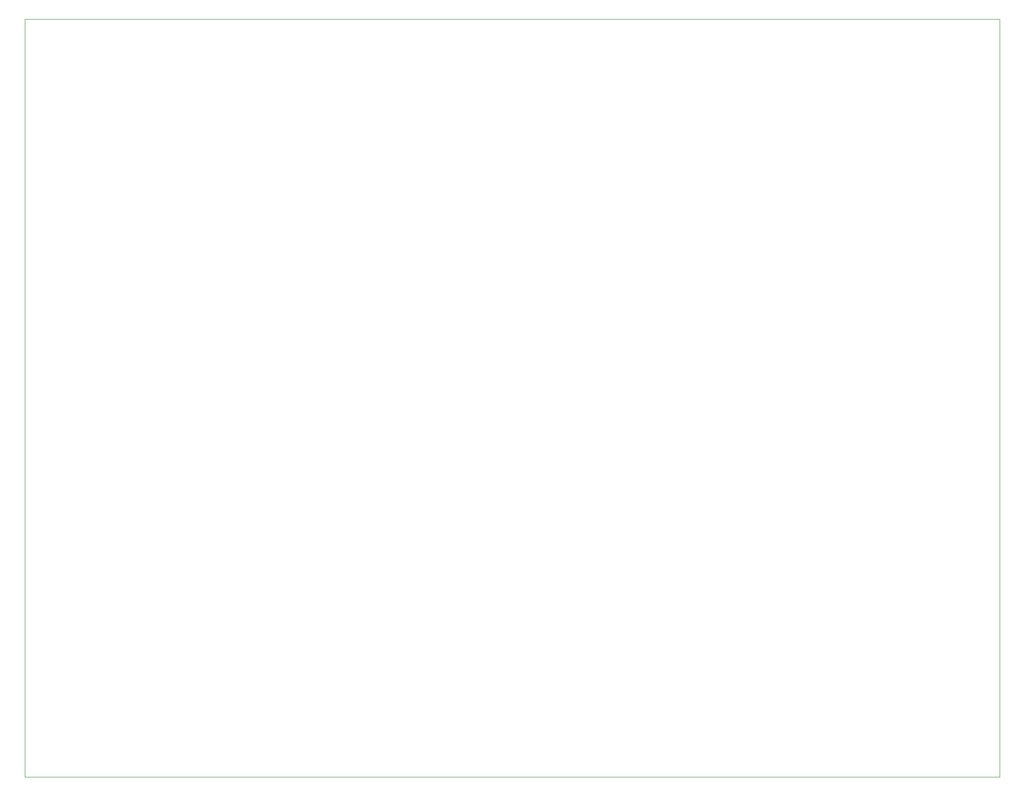
<source format=gbr>
%TF.GenerationSoftware,KiCad,Pcbnew,5.1.10-88a1d61d58~88~ubuntu20.04.1*%
%TF.CreationDate,2021-05-05T16:29:45+01:00*%
%TF.ProjectId,right_side,72696768-745f-4736-9964-652e6b696361,rev?*%
%TF.SameCoordinates,Original*%
%TF.FileFunction,Profile,NP*%
%FSLAX46Y46*%
G04 Gerber Fmt 4.6, Leading zero omitted, Abs format (unit mm)*
G04 Created by KiCad (PCBNEW 5.1.10-88a1d61d58~88~ubuntu20.04.1) date 2021-05-05 16:29:45*
%MOMM*%
%LPD*%
G01*
G04 APERTURE LIST*
%TA.AperFunction,Profile*%
%ADD10C,0.100000*%
%TD*%
G04 APERTURE END LIST*
D10*
X0Y-9600000D02*
X0Y124800000D01*
X172800000Y-9600000D02*
X0Y-9600000D01*
X172800000Y124800000D02*
X172800000Y-9600000D01*
X0Y124800000D02*
X172800000Y124800000D01*
M02*

</source>
